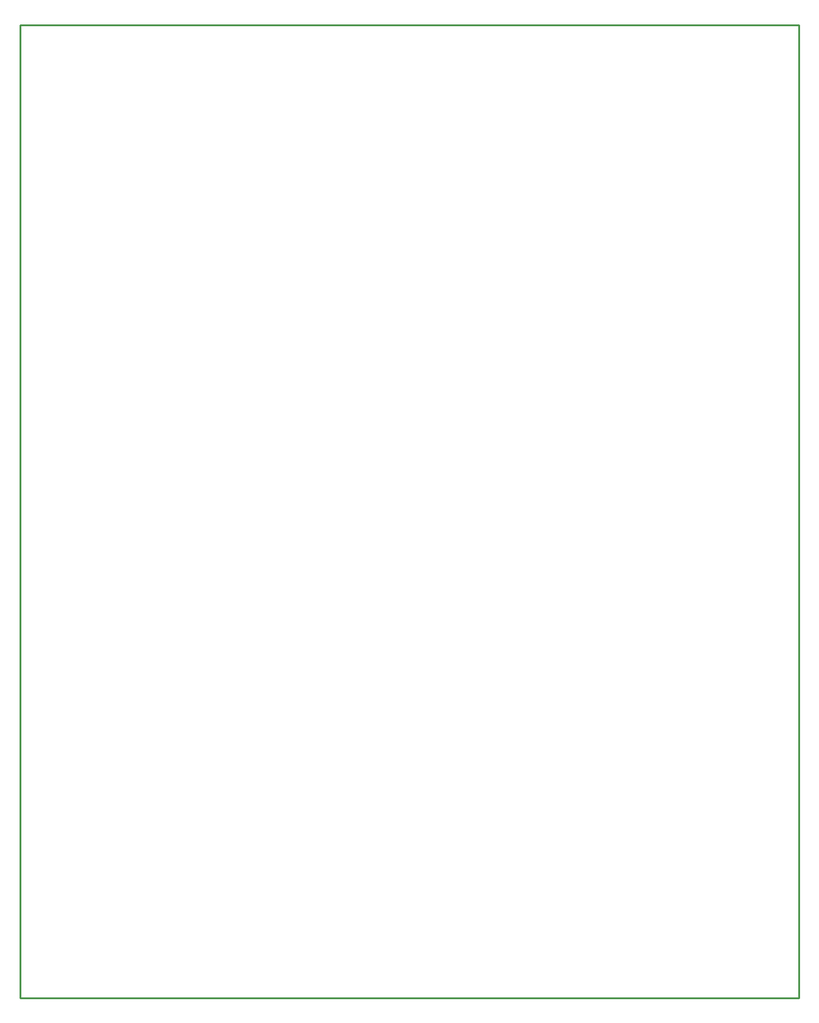
<source format=gbr>
G04 start of page 4 for group 2 idx 2 *
G04 Title: NVMemProg_Driver, outline *
G04 Creator: pcb 1.99z *
G04 CreationDate: Mon Nov  7 15:47:14 2016 UTC *
G04 For: wojtek *
G04 Format: Gerber/RS-274X *
G04 PCB-Dimensions (mil): 4291.34 5354.33 *
G04 PCB-Coordinate-Origin: lower left *
%MOIN*%
%FSLAX25Y25*%
%LNOUTLINE*%
%ADD38C,0.0098*%
G54D38*X427165Y533465D02*Y1969D01*
X1969D01*
Y533465D01*
X427165D01*
M02*

</source>
